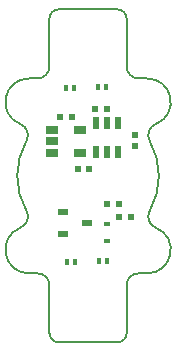
<source format=gbp>
G04*
G04 #@! TF.GenerationSoftware,Altium Limited,Altium Designer,21.6.4 (81)*
G04*
G04 Layer_Color=128*
%FSAX25Y25*%
%MOIN*%
G70*
G04*
G04 #@! TF.SameCoordinates,9A5FF030-8DC4-432F-A364-1BA2AF03453A*
G04*
G04*
G04 #@! TF.FilePolarity,Positive*
G04*
G01*
G75*
%ADD13C,0.00787*%
%ADD31R,0.03937X0.02756*%
%ADD32R,0.02362X0.03937*%
%ADD36R,0.01968X0.02165*%
%ADD37R,0.01968X0.02165*%
%ADD38R,0.03543X0.02362*%
%ADD40R,0.02165X0.01968*%
%ADD50R,0.01280X0.02461*%
%ADD51R,0.02362X0.01575*%
D13*
X0022543Y0049747D02*
G03*
X0020547Y0044135I0001428J-0003669D01*
G01*
X-0012874Y-0019882D02*
G03*
X-0009724Y-0023031I0003145J-0000004D01*
G01*
X0020547Y0020825D02*
G03*
X0020547Y0044135I-0020547J0011655D01*
G01*
X-0016811Y0064961D02*
G03*
X-0012874Y0068898I-0000001J0003938D01*
G01*
Y-0003937D02*
G03*
X-0016811Y0000000I-0003938J-0000001D01*
G01*
X-0009724Y0087992D02*
G03*
X-0012874Y0084842I-0000004J-0003145D01*
G01*
X0020547Y0020825D02*
G03*
X0022543Y0015214I0003424J-0001942D01*
G01*
X-0022543Y0015214D02*
G03*
X-0019488Y0000000I0002857J-0007340D01*
G01*
X0012874Y0084842D02*
G03*
X0009724Y0087992I-0003145J0000004D01*
G01*
X0019488Y0000000D02*
G03*
X0022543Y0015214I0000197J0007874D01*
G01*
X-0022543D02*
G03*
X-0020547Y0020825I-0001428J0003669D01*
G01*
X0012874Y0068898D02*
G03*
X0016811Y0064961I0003938J0000001D01*
G01*
Y0000000D02*
G03*
X0012874Y-0003937I0000001J-0003938D01*
G01*
X-0019488Y0064961D02*
G03*
X-0022543Y0049747I-0000197J-0007874D01*
G01*
X-0020547Y0044135D02*
G03*
X-0020547Y0020825I0020547J-0011655D01*
G01*
X0022543Y0049747D02*
G03*
X0019488Y0064961I-0002858J0007340D01*
G01*
X-0020547Y0044135D02*
G03*
X-0022543Y0049747I-0003424J0001942D01*
G01*
X0009724Y-0023031D02*
G03*
X0012874Y-0019882I0000004J0003145D01*
G01*
X-0019488Y0064961D02*
X-0016811D01*
X0012874Y-0019882D02*
Y-0003937D01*
X-0012874Y0068898D02*
Y0084842D01*
X-0009724Y-0023031D02*
X0009724D01*
X-0009724Y0087992D02*
X0009724D01*
X-0012874Y-0019882D02*
Y-0003937D01*
X0012874Y0068898D02*
Y0084842D01*
X-0019488Y0000000D02*
X-0016811D01*
X0016811Y0064961D02*
X0019488D01*
X0016811Y0000000D02*
X0019488D01*
D31*
X-0012106Y0040259D02*
D03*
Y0043999D02*
D03*
Y0047739D02*
D03*
X-0002657D02*
D03*
Y0040259D02*
D03*
D32*
X0010039Y0050000D02*
D03*
X0006299D02*
D03*
X0002559D02*
D03*
Y0040551D02*
D03*
X0006299D02*
D03*
X0010039D02*
D03*
D36*
X-0003457Y0034862D02*
D03*
X0000480D02*
D03*
X-0009350Y0052165D02*
D03*
X-0005413D02*
D03*
X0014279Y0018840D02*
D03*
X0010342D02*
D03*
D37*
X0006398Y0054921D02*
D03*
X0002461D02*
D03*
X0010170Y0023137D02*
D03*
X0006233D02*
D03*
D38*
X-0008268Y0012992D02*
D03*
Y0020472D02*
D03*
X-0000394Y0016732D02*
D03*
D40*
X0015562Y0042282D02*
D03*
Y0046219D02*
D03*
D50*
X-0004640Y0061640D02*
D03*
X-0007396D02*
D03*
X0003347Y0062106D02*
D03*
X0006102D02*
D03*
X-0004331Y0003937D02*
D03*
X-0007087D02*
D03*
X0003642Y0004035D02*
D03*
X0006398D02*
D03*
D51*
X0006299Y0016437D02*
D03*
Y0010925D02*
D03*
M02*

</source>
